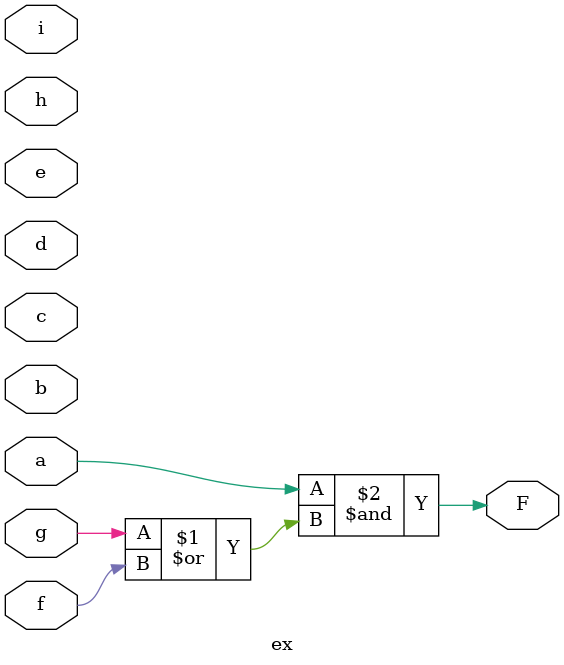
<source format=v>

module ex ( 
    a, b, c, d, e, f, g, h, i,
    F  );
  input  a, b, c, d, e, f, g, h, i;
  output F;
  assign F = a & (g | f);
endmodule



</source>
